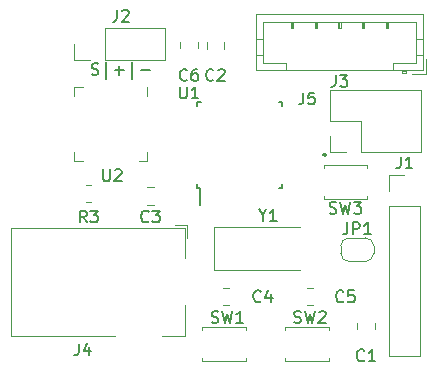
<source format=gto>
%TF.GenerationSoftware,KiCad,Pcbnew,(5.1.12)-1*%
%TF.CreationDate,2021-12-20T15:12:04-08:00*%
%TF.ProjectId,controlBoard,636f6e74-726f-46c4-926f-6172642e6b69,rev?*%
%TF.SameCoordinates,Original*%
%TF.FileFunction,Legend,Top*%
%TF.FilePolarity,Positive*%
%FSLAX46Y46*%
G04 Gerber Fmt 4.6, Leading zero omitted, Abs format (unit mm)*
G04 Created by KiCad (PCBNEW (5.1.12)-1) date 2021-12-20 15:12:04*
%MOMM*%
%LPD*%
G01*
G04 APERTURE LIST*
%ADD10C,0.150000*%
%ADD11C,0.120000*%
%ADD12O,1.300000X1.850000*%
%ADD13C,0.100000*%
%ADD14O,1.800000X1.800000*%
G04 APERTURE END LIST*
D10*
X143773809Y-75404761D02*
X143916666Y-75452380D01*
X144154761Y-75452380D01*
X144250000Y-75404761D01*
X144297619Y-75357142D01*
X144345238Y-75261904D01*
X144345238Y-75166666D01*
X144297619Y-75071428D01*
X144250000Y-75023809D01*
X144154761Y-74976190D01*
X143964285Y-74928571D01*
X143869047Y-74880952D01*
X143821428Y-74833333D01*
X143773809Y-74738095D01*
X143773809Y-74642857D01*
X143821428Y-74547619D01*
X143869047Y-74500000D01*
X143964285Y-74452380D01*
X144202380Y-74452380D01*
X144345238Y-74500000D01*
X145011904Y-75785714D02*
X145011904Y-74357142D01*
X145726190Y-75071428D02*
X146488095Y-75071428D01*
X146107142Y-75452380D02*
X146107142Y-74690476D01*
X147202380Y-75785714D02*
X147202380Y-74357142D01*
X147916666Y-75071428D02*
X148678571Y-75071428D01*
X163500000Y-82071428D02*
X163642857Y-82214285D01*
X163500000Y-82357142D01*
X163357142Y-82214285D01*
X163500000Y-82071428D01*
X163500000Y-82357142D01*
D11*
X171810000Y-75060000D02*
X171810000Y-70340000D01*
X171810000Y-70340000D02*
X157690000Y-70340000D01*
X157690000Y-70340000D02*
X157690000Y-75060000D01*
X157690000Y-75060000D02*
X171810000Y-75060000D01*
X170050000Y-75060000D02*
X170050000Y-75260000D01*
X170050000Y-75260000D02*
X170350000Y-75260000D01*
X170350000Y-75260000D02*
X170350000Y-75060000D01*
X170050000Y-75160000D02*
X170350000Y-75160000D01*
X169250000Y-75060000D02*
X169250000Y-74450000D01*
X169250000Y-74450000D02*
X171200000Y-74450000D01*
X171200000Y-74450000D02*
X171200000Y-70950000D01*
X171200000Y-70950000D02*
X158300000Y-70950000D01*
X158300000Y-70950000D02*
X158300000Y-74450000D01*
X158300000Y-74450000D02*
X160250000Y-74450000D01*
X160250000Y-74450000D02*
X160250000Y-75060000D01*
X171810000Y-73750000D02*
X171200000Y-73750000D01*
X171810000Y-72450000D02*
X171200000Y-72450000D01*
X157690000Y-73750000D02*
X158300000Y-73750000D01*
X157690000Y-72450000D02*
X158300000Y-72450000D01*
X168850000Y-70950000D02*
X168850000Y-71450000D01*
X168850000Y-71450000D02*
X168650000Y-71450000D01*
X168650000Y-71450000D02*
X168650000Y-70950000D01*
X168750000Y-70950000D02*
X168750000Y-71450000D01*
X166850000Y-70950000D02*
X166850000Y-71450000D01*
X166850000Y-71450000D02*
X166650000Y-71450000D01*
X166650000Y-71450000D02*
X166650000Y-70950000D01*
X166750000Y-70950000D02*
X166750000Y-71450000D01*
X164850000Y-70950000D02*
X164850000Y-71450000D01*
X164850000Y-71450000D02*
X164650000Y-71450000D01*
X164650000Y-71450000D02*
X164650000Y-70950000D01*
X164750000Y-70950000D02*
X164750000Y-71450000D01*
X162850000Y-70950000D02*
X162850000Y-71450000D01*
X162850000Y-71450000D02*
X162650000Y-71450000D01*
X162650000Y-71450000D02*
X162650000Y-70950000D01*
X162750000Y-70950000D02*
X162750000Y-71450000D01*
X160850000Y-70950000D02*
X160850000Y-71450000D01*
X160850000Y-71450000D02*
X160650000Y-71450000D01*
X160650000Y-71450000D02*
X160650000Y-70950000D01*
X160750000Y-70950000D02*
X160750000Y-71450000D01*
X170860000Y-75360000D02*
X172110000Y-75360000D01*
X172110000Y-75360000D02*
X172110000Y-74110000D01*
D10*
X152900000Y-85011000D02*
X152900000Y-86436000D01*
X152675000Y-77761000D02*
X152675000Y-78086000D01*
X159925000Y-77761000D02*
X159925000Y-78086000D01*
X159925000Y-85011000D02*
X159925000Y-84686000D01*
X152675000Y-85011000D02*
X152675000Y-84686000D01*
X159925000Y-85011000D02*
X159600000Y-85011000D01*
X159925000Y-77761000D02*
X159600000Y-77761000D01*
X152675000Y-77761000D02*
X153000000Y-77761000D01*
X152675000Y-85011000D02*
X152900000Y-85011000D01*
D11*
X166950000Y-91250000D02*
X165550000Y-91250000D01*
X164850000Y-90550000D02*
X164850000Y-89950000D01*
X165550000Y-89250000D02*
X166950000Y-89250000D01*
X167650000Y-89950000D02*
X167650000Y-90550000D01*
X167650000Y-90550000D02*
G75*
G02*
X166950000Y-91250000I-700000J0D01*
G01*
X166950000Y-89250000D02*
G75*
G02*
X167650000Y-89950000I0J-700000D01*
G01*
X164850000Y-89950000D02*
G75*
G02*
X165550000Y-89250000I700000J0D01*
G01*
X165550000Y-91250000D02*
G75*
G02*
X164850000Y-90550000I0J700000D01*
G01*
X163850000Y-99450000D02*
X163850000Y-99700000D01*
X163850000Y-99700000D02*
X160150000Y-99700000D01*
X160150000Y-99700000D02*
X160150000Y-99450000D01*
X163850000Y-97050000D02*
X163850000Y-96800000D01*
X163850000Y-96800000D02*
X160150000Y-96800000D01*
X160150000Y-96800000D02*
X160150000Y-97050000D01*
X153150000Y-96800000D02*
X153150000Y-97050000D01*
X156850000Y-96800000D02*
X153150000Y-96800000D01*
X156850000Y-97050000D02*
X156850000Y-96800000D01*
X153150000Y-99700000D02*
X153150000Y-99450000D01*
X156850000Y-99700000D02*
X153150000Y-99700000D01*
X156850000Y-99450000D02*
X156850000Y-99700000D01*
X163400000Y-83300000D02*
X163400000Y-83050000D01*
X163400000Y-83050000D02*
X167100000Y-83050000D01*
X167100000Y-83050000D02*
X167100000Y-83300000D01*
X163400000Y-85700000D02*
X163400000Y-85950000D01*
X163400000Y-85950000D02*
X167100000Y-85950000D01*
X167100000Y-85950000D02*
X167100000Y-85700000D01*
X168920000Y-83920000D02*
X170250000Y-83920000D01*
X168920000Y-85250000D02*
X168920000Y-83920000D01*
X168920000Y-86520000D02*
X171580000Y-86520000D01*
X171580000Y-86520000D02*
X171580000Y-99280000D01*
X168920000Y-86520000D02*
X168920000Y-99280000D01*
X168920000Y-99280000D02*
X171580000Y-99280000D01*
X151650000Y-88400000D02*
X151650000Y-91000000D01*
X136950000Y-88400000D02*
X151650000Y-88400000D01*
X151650000Y-97600000D02*
X149750000Y-97600000D01*
X151650000Y-94900000D02*
X151650000Y-97600000D01*
X136950000Y-97600000D02*
X136950000Y-88400000D01*
X145750000Y-97600000D02*
X136950000Y-97600000D01*
X150800000Y-88200000D02*
X151850000Y-88200000D01*
X151850000Y-89250000D02*
X151850000Y-88200000D01*
X154163000Y-91974400D02*
X161413000Y-91974400D01*
X154163000Y-88374400D02*
X154163000Y-91974400D01*
X161413000Y-88374400D02*
X154163000Y-88374400D01*
X154985000Y-73223752D02*
X154985000Y-72701248D01*
X153515000Y-73223752D02*
X153515000Y-72701248D01*
X166265000Y-96488748D02*
X166265000Y-97011252D01*
X167735000Y-96488748D02*
X167735000Y-97011252D01*
X148488000Y-81960000D02*
X148488000Y-82710000D01*
X148488000Y-82710000D02*
X147738000Y-82710000D01*
X142268000Y-77240000D02*
X142268000Y-76490000D01*
X142268000Y-76490000D02*
X143018000Y-76490000D01*
X142268000Y-81960000D02*
X142268000Y-82710000D01*
X142268000Y-82710000D02*
X143018000Y-82710000D01*
X148488000Y-77240000D02*
X148488000Y-76490000D01*
X143272936Y-86235000D02*
X143727064Y-86235000D01*
X143272936Y-84765000D02*
X143727064Y-84765000D01*
X163936200Y-81954000D02*
X163936200Y-80624000D01*
X165266200Y-81954000D02*
X163936200Y-81954000D01*
X163936200Y-79354000D02*
X163936200Y-76754000D01*
X166536200Y-79354000D02*
X163936200Y-79354000D01*
X166536200Y-81954000D02*
X166536200Y-79354000D01*
X163936200Y-76754000D02*
X171676200Y-76754000D01*
X166536200Y-81954000D02*
X171676200Y-81954000D01*
X171676200Y-81954000D02*
X171676200Y-76754000D01*
X142270000Y-74181600D02*
X142270000Y-72851600D01*
X143600000Y-74181600D02*
X142270000Y-74181600D01*
X144870000Y-74181600D02*
X144870000Y-71521600D01*
X144870000Y-71521600D02*
X150010000Y-71521600D01*
X144870000Y-74181600D02*
X150010000Y-74181600D01*
X150010000Y-74181600D02*
X150010000Y-71521600D01*
X151265000Y-72666548D02*
X151265000Y-73189052D01*
X152735000Y-72666548D02*
X152735000Y-73189052D01*
X162007748Y-94973400D02*
X162530252Y-94973400D01*
X162007748Y-93503400D02*
X162530252Y-93503400D01*
X155418252Y-93503400D02*
X154895748Y-93503400D01*
X155418252Y-94973400D02*
X154895748Y-94973400D01*
X148482248Y-84969000D02*
X149004752Y-84969000D01*
X148482248Y-86439000D02*
X149004752Y-86439000D01*
D10*
X164416666Y-75452380D02*
X164416666Y-76166666D01*
X164369047Y-76309523D01*
X164273809Y-76404761D01*
X164130952Y-76452380D01*
X164035714Y-76452380D01*
X164797619Y-75452380D02*
X165416666Y-75452380D01*
X165083333Y-75833333D01*
X165226190Y-75833333D01*
X165321428Y-75880952D01*
X165369047Y-75928571D01*
X165416666Y-76023809D01*
X165416666Y-76261904D01*
X165369047Y-76357142D01*
X165321428Y-76404761D01*
X165226190Y-76452380D01*
X164940476Y-76452380D01*
X164845238Y-76404761D01*
X164797619Y-76357142D01*
X151238095Y-76452380D02*
X151238095Y-77261904D01*
X151285714Y-77357142D01*
X151333333Y-77404761D01*
X151428571Y-77452380D01*
X151619047Y-77452380D01*
X151714285Y-77404761D01*
X151761904Y-77357142D01*
X151809523Y-77261904D01*
X151809523Y-76452380D01*
X152809523Y-77452380D02*
X152238095Y-77452380D01*
X152523809Y-77452380D02*
X152523809Y-76452380D01*
X152428571Y-76595238D01*
X152333333Y-76690476D01*
X152238095Y-76738095D01*
X165416666Y-87952380D02*
X165416666Y-88666666D01*
X165369047Y-88809523D01*
X165273809Y-88904761D01*
X165130952Y-88952380D01*
X165035714Y-88952380D01*
X165892857Y-88952380D02*
X165892857Y-87952380D01*
X166273809Y-87952380D01*
X166369047Y-88000000D01*
X166416666Y-88047619D01*
X166464285Y-88142857D01*
X166464285Y-88285714D01*
X166416666Y-88380952D01*
X166369047Y-88428571D01*
X166273809Y-88476190D01*
X165892857Y-88476190D01*
X167416666Y-88952380D02*
X166845238Y-88952380D01*
X167130952Y-88952380D02*
X167130952Y-87952380D01*
X167035714Y-88095238D01*
X166940476Y-88190476D01*
X166845238Y-88238095D01*
X160916666Y-96404761D02*
X161059523Y-96452380D01*
X161297619Y-96452380D01*
X161392857Y-96404761D01*
X161440476Y-96357142D01*
X161488095Y-96261904D01*
X161488095Y-96166666D01*
X161440476Y-96071428D01*
X161392857Y-96023809D01*
X161297619Y-95976190D01*
X161107142Y-95928571D01*
X161011904Y-95880952D01*
X160964285Y-95833333D01*
X160916666Y-95738095D01*
X160916666Y-95642857D01*
X160964285Y-95547619D01*
X161011904Y-95500000D01*
X161107142Y-95452380D01*
X161345238Y-95452380D01*
X161488095Y-95500000D01*
X161821428Y-95452380D02*
X162059523Y-96452380D01*
X162250000Y-95738095D01*
X162440476Y-96452380D01*
X162678571Y-95452380D01*
X163011904Y-95547619D02*
X163059523Y-95500000D01*
X163154761Y-95452380D01*
X163392857Y-95452380D01*
X163488095Y-95500000D01*
X163535714Y-95547619D01*
X163583333Y-95642857D01*
X163583333Y-95738095D01*
X163535714Y-95880952D01*
X162964285Y-96452380D01*
X163583333Y-96452380D01*
X153916666Y-96404761D02*
X154059523Y-96452380D01*
X154297619Y-96452380D01*
X154392857Y-96404761D01*
X154440476Y-96357142D01*
X154488095Y-96261904D01*
X154488095Y-96166666D01*
X154440476Y-96071428D01*
X154392857Y-96023809D01*
X154297619Y-95976190D01*
X154107142Y-95928571D01*
X154011904Y-95880952D01*
X153964285Y-95833333D01*
X153916666Y-95738095D01*
X153916666Y-95642857D01*
X153964285Y-95547619D01*
X154011904Y-95500000D01*
X154107142Y-95452380D01*
X154345238Y-95452380D01*
X154488095Y-95500000D01*
X154821428Y-95452380D02*
X155059523Y-96452380D01*
X155250000Y-95738095D01*
X155440476Y-96452380D01*
X155678571Y-95452380D01*
X156583333Y-96452380D02*
X156011904Y-96452380D01*
X156297619Y-96452380D02*
X156297619Y-95452380D01*
X156202380Y-95595238D01*
X156107142Y-95690476D01*
X156011904Y-95738095D01*
X163916666Y-87154761D02*
X164059523Y-87202380D01*
X164297619Y-87202380D01*
X164392857Y-87154761D01*
X164440476Y-87107142D01*
X164488095Y-87011904D01*
X164488095Y-86916666D01*
X164440476Y-86821428D01*
X164392857Y-86773809D01*
X164297619Y-86726190D01*
X164107142Y-86678571D01*
X164011904Y-86630952D01*
X163964285Y-86583333D01*
X163916666Y-86488095D01*
X163916666Y-86392857D01*
X163964285Y-86297619D01*
X164011904Y-86250000D01*
X164107142Y-86202380D01*
X164345238Y-86202380D01*
X164488095Y-86250000D01*
X164821428Y-86202380D02*
X165059523Y-87202380D01*
X165250000Y-86488095D01*
X165440476Y-87202380D01*
X165678571Y-86202380D01*
X165964285Y-86202380D02*
X166583333Y-86202380D01*
X166250000Y-86583333D01*
X166392857Y-86583333D01*
X166488095Y-86630952D01*
X166535714Y-86678571D01*
X166583333Y-86773809D01*
X166583333Y-87011904D01*
X166535714Y-87107142D01*
X166488095Y-87154761D01*
X166392857Y-87202380D01*
X166107142Y-87202380D01*
X166011904Y-87154761D01*
X165964285Y-87107142D01*
X169916666Y-82372380D02*
X169916666Y-83086666D01*
X169869047Y-83229523D01*
X169773809Y-83324761D01*
X169630952Y-83372380D01*
X169535714Y-83372380D01*
X170916666Y-83372380D02*
X170345238Y-83372380D01*
X170630952Y-83372380D02*
X170630952Y-82372380D01*
X170535714Y-82515238D01*
X170440476Y-82610476D01*
X170345238Y-82658095D01*
X142666666Y-98202380D02*
X142666666Y-98916666D01*
X142619047Y-99059523D01*
X142523809Y-99154761D01*
X142380952Y-99202380D01*
X142285714Y-99202380D01*
X143571428Y-98535714D02*
X143571428Y-99202380D01*
X143333333Y-98154761D02*
X143095238Y-98869047D01*
X143714285Y-98869047D01*
X158236809Y-87350590D02*
X158236809Y-87826780D01*
X157903476Y-86826780D02*
X158236809Y-87350590D01*
X158570142Y-86826780D01*
X159427285Y-87826780D02*
X158855857Y-87826780D01*
X159141571Y-87826780D02*
X159141571Y-86826780D01*
X159046333Y-86969638D01*
X158951095Y-87064876D01*
X158855857Y-87112495D01*
X154083333Y-75857142D02*
X154035714Y-75904761D01*
X153892857Y-75952380D01*
X153797619Y-75952380D01*
X153654761Y-75904761D01*
X153559523Y-75809523D01*
X153511904Y-75714285D01*
X153464285Y-75523809D01*
X153464285Y-75380952D01*
X153511904Y-75190476D01*
X153559523Y-75095238D01*
X153654761Y-75000000D01*
X153797619Y-74952380D01*
X153892857Y-74952380D01*
X154035714Y-75000000D01*
X154083333Y-75047619D01*
X154464285Y-75047619D02*
X154511904Y-75000000D01*
X154607142Y-74952380D01*
X154845238Y-74952380D01*
X154940476Y-75000000D01*
X154988095Y-75047619D01*
X155035714Y-75142857D01*
X155035714Y-75238095D01*
X154988095Y-75380952D01*
X154416666Y-75952380D01*
X155035714Y-75952380D01*
X166833333Y-99607142D02*
X166785714Y-99654761D01*
X166642857Y-99702380D01*
X166547619Y-99702380D01*
X166404761Y-99654761D01*
X166309523Y-99559523D01*
X166261904Y-99464285D01*
X166214285Y-99273809D01*
X166214285Y-99130952D01*
X166261904Y-98940476D01*
X166309523Y-98845238D01*
X166404761Y-98750000D01*
X166547619Y-98702380D01*
X166642857Y-98702380D01*
X166785714Y-98750000D01*
X166833333Y-98797619D01*
X167785714Y-99702380D02*
X167214285Y-99702380D01*
X167500000Y-99702380D02*
X167500000Y-98702380D01*
X167404761Y-98845238D01*
X167309523Y-98940476D01*
X167214285Y-98988095D01*
X144738095Y-83452380D02*
X144738095Y-84261904D01*
X144785714Y-84357142D01*
X144833333Y-84404761D01*
X144928571Y-84452380D01*
X145119047Y-84452380D01*
X145214285Y-84404761D01*
X145261904Y-84357142D01*
X145309523Y-84261904D01*
X145309523Y-83452380D01*
X145738095Y-83547619D02*
X145785714Y-83500000D01*
X145880952Y-83452380D01*
X146119047Y-83452380D01*
X146214285Y-83500000D01*
X146261904Y-83547619D01*
X146309523Y-83642857D01*
X146309523Y-83738095D01*
X146261904Y-83880952D01*
X145690476Y-84452380D01*
X146309523Y-84452380D01*
X143333333Y-87952380D02*
X143000000Y-87476190D01*
X142761904Y-87952380D02*
X142761904Y-86952380D01*
X143142857Y-86952380D01*
X143238095Y-87000000D01*
X143285714Y-87047619D01*
X143333333Y-87142857D01*
X143333333Y-87285714D01*
X143285714Y-87380952D01*
X143238095Y-87428571D01*
X143142857Y-87476190D01*
X142761904Y-87476190D01*
X143666666Y-86952380D02*
X144285714Y-86952380D01*
X143952380Y-87333333D01*
X144095238Y-87333333D01*
X144190476Y-87380952D01*
X144238095Y-87428571D01*
X144285714Y-87523809D01*
X144285714Y-87761904D01*
X144238095Y-87857142D01*
X144190476Y-87904761D01*
X144095238Y-87952380D01*
X143809523Y-87952380D01*
X143714285Y-87904761D01*
X143666666Y-87857142D01*
X161666666Y-76952380D02*
X161666666Y-77666666D01*
X161619047Y-77809523D01*
X161523809Y-77904761D01*
X161380952Y-77952380D01*
X161285714Y-77952380D01*
X162619047Y-76952380D02*
X162142857Y-76952380D01*
X162095238Y-77428571D01*
X162142857Y-77380952D01*
X162238095Y-77333333D01*
X162476190Y-77333333D01*
X162571428Y-77380952D01*
X162619047Y-77428571D01*
X162666666Y-77523809D01*
X162666666Y-77761904D01*
X162619047Y-77857142D01*
X162571428Y-77904761D01*
X162476190Y-77952380D01*
X162238095Y-77952380D01*
X162142857Y-77904761D01*
X162095238Y-77857142D01*
X145916666Y-69952380D02*
X145916666Y-70666666D01*
X145869047Y-70809523D01*
X145773809Y-70904761D01*
X145630952Y-70952380D01*
X145535714Y-70952380D01*
X146345238Y-70047619D02*
X146392857Y-70000000D01*
X146488095Y-69952380D01*
X146726190Y-69952380D01*
X146821428Y-70000000D01*
X146869047Y-70047619D01*
X146916666Y-70142857D01*
X146916666Y-70238095D01*
X146869047Y-70380952D01*
X146297619Y-70952380D01*
X146916666Y-70952380D01*
X151833333Y-75857142D02*
X151785714Y-75904761D01*
X151642857Y-75952380D01*
X151547619Y-75952380D01*
X151404761Y-75904761D01*
X151309523Y-75809523D01*
X151261904Y-75714285D01*
X151214285Y-75523809D01*
X151214285Y-75380952D01*
X151261904Y-75190476D01*
X151309523Y-75095238D01*
X151404761Y-75000000D01*
X151547619Y-74952380D01*
X151642857Y-74952380D01*
X151785714Y-75000000D01*
X151833333Y-75047619D01*
X152690476Y-74952380D02*
X152500000Y-74952380D01*
X152404761Y-75000000D01*
X152357142Y-75047619D01*
X152261904Y-75190476D01*
X152214285Y-75380952D01*
X152214285Y-75761904D01*
X152261904Y-75857142D01*
X152309523Y-75904761D01*
X152404761Y-75952380D01*
X152595238Y-75952380D01*
X152690476Y-75904761D01*
X152738095Y-75857142D01*
X152785714Y-75761904D01*
X152785714Y-75523809D01*
X152738095Y-75428571D01*
X152690476Y-75380952D01*
X152595238Y-75333333D01*
X152404761Y-75333333D01*
X152309523Y-75380952D01*
X152261904Y-75428571D01*
X152214285Y-75523809D01*
X165083333Y-94607142D02*
X165035714Y-94654761D01*
X164892857Y-94702380D01*
X164797619Y-94702380D01*
X164654761Y-94654761D01*
X164559523Y-94559523D01*
X164511904Y-94464285D01*
X164464285Y-94273809D01*
X164464285Y-94130952D01*
X164511904Y-93940476D01*
X164559523Y-93845238D01*
X164654761Y-93750000D01*
X164797619Y-93702380D01*
X164892857Y-93702380D01*
X165035714Y-93750000D01*
X165083333Y-93797619D01*
X165988095Y-93702380D02*
X165511904Y-93702380D01*
X165464285Y-94178571D01*
X165511904Y-94130952D01*
X165607142Y-94083333D01*
X165845238Y-94083333D01*
X165940476Y-94130952D01*
X165988095Y-94178571D01*
X166035714Y-94273809D01*
X166035714Y-94511904D01*
X165988095Y-94607142D01*
X165940476Y-94654761D01*
X165845238Y-94702380D01*
X165607142Y-94702380D01*
X165511904Y-94654761D01*
X165464285Y-94607142D01*
X158083333Y-94607142D02*
X158035714Y-94654761D01*
X157892857Y-94702380D01*
X157797619Y-94702380D01*
X157654761Y-94654761D01*
X157559523Y-94559523D01*
X157511904Y-94464285D01*
X157464285Y-94273809D01*
X157464285Y-94130952D01*
X157511904Y-93940476D01*
X157559523Y-93845238D01*
X157654761Y-93750000D01*
X157797619Y-93702380D01*
X157892857Y-93702380D01*
X158035714Y-93750000D01*
X158083333Y-93797619D01*
X158940476Y-94035714D02*
X158940476Y-94702380D01*
X158702380Y-93654761D02*
X158464285Y-94369047D01*
X159083333Y-94369047D01*
X148583333Y-87857142D02*
X148535714Y-87904761D01*
X148392857Y-87952380D01*
X148297619Y-87952380D01*
X148154761Y-87904761D01*
X148059523Y-87809523D01*
X148011904Y-87714285D01*
X147964285Y-87523809D01*
X147964285Y-87380952D01*
X148011904Y-87190476D01*
X148059523Y-87095238D01*
X148154761Y-87000000D01*
X148297619Y-86952380D01*
X148392857Y-86952380D01*
X148535714Y-87000000D01*
X148583333Y-87047619D01*
X148916666Y-86952380D02*
X149535714Y-86952380D01*
X149202380Y-87333333D01*
X149345238Y-87333333D01*
X149440476Y-87380952D01*
X149488095Y-87428571D01*
X149535714Y-87523809D01*
X149535714Y-87761904D01*
X149488095Y-87857142D01*
X149440476Y-87904761D01*
X149345238Y-87952380D01*
X149059523Y-87952380D01*
X148964285Y-87904761D01*
X148916666Y-87857142D01*
%LPC*%
D12*
X159750000Y-73250000D03*
X161750000Y-73250000D03*
X163750000Y-73250000D03*
X165750000Y-73250000D03*
X167750000Y-73250000D03*
G36*
G01*
X170400000Y-72595832D02*
X170400000Y-73904168D01*
G75*
G02*
X170129168Y-74175000I-270832J0D01*
G01*
X169370832Y-74175000D01*
G75*
G02*
X169100000Y-73904168I0J270832D01*
G01*
X169100000Y-72595832D01*
G75*
G02*
X169370832Y-72325000I270832J0D01*
G01*
X170129168Y-72325000D01*
G75*
G02*
X170400000Y-72595832I0J-270832D01*
G01*
G37*
G36*
G01*
X152900000Y-83911000D02*
X152900000Y-84461000D01*
G75*
G02*
X152850000Y-84511000I-50000J0D01*
G01*
X151250000Y-84511000D01*
G75*
G02*
X151200000Y-84461000I0J50000D01*
G01*
X151200000Y-83911000D01*
G75*
G02*
X151250000Y-83861000I50000J0D01*
G01*
X152850000Y-83861000D01*
G75*
G02*
X152900000Y-83911000I0J-50000D01*
G01*
G37*
G36*
G01*
X152900000Y-83111000D02*
X152900000Y-83661000D01*
G75*
G02*
X152850000Y-83711000I-50000J0D01*
G01*
X151250000Y-83711000D01*
G75*
G02*
X151200000Y-83661000I0J50000D01*
G01*
X151200000Y-83111000D01*
G75*
G02*
X151250000Y-83061000I50000J0D01*
G01*
X152850000Y-83061000D01*
G75*
G02*
X152900000Y-83111000I0J-50000D01*
G01*
G37*
G36*
G01*
X152900000Y-82311000D02*
X152900000Y-82861000D01*
G75*
G02*
X152850000Y-82911000I-50000J0D01*
G01*
X151250000Y-82911000D01*
G75*
G02*
X151200000Y-82861000I0J50000D01*
G01*
X151200000Y-82311000D01*
G75*
G02*
X151250000Y-82261000I50000J0D01*
G01*
X152850000Y-82261000D01*
G75*
G02*
X152900000Y-82311000I0J-50000D01*
G01*
G37*
G36*
G01*
X152900000Y-81511000D02*
X152900000Y-82061000D01*
G75*
G02*
X152850000Y-82111000I-50000J0D01*
G01*
X151250000Y-82111000D01*
G75*
G02*
X151200000Y-82061000I0J50000D01*
G01*
X151200000Y-81511000D01*
G75*
G02*
X151250000Y-81461000I50000J0D01*
G01*
X152850000Y-81461000D01*
G75*
G02*
X152900000Y-81511000I0J-50000D01*
G01*
G37*
G36*
G01*
X152900000Y-80711000D02*
X152900000Y-81261000D01*
G75*
G02*
X152850000Y-81311000I-50000J0D01*
G01*
X151250000Y-81311000D01*
G75*
G02*
X151200000Y-81261000I0J50000D01*
G01*
X151200000Y-80711000D01*
G75*
G02*
X151250000Y-80661000I50000J0D01*
G01*
X152850000Y-80661000D01*
G75*
G02*
X152900000Y-80711000I0J-50000D01*
G01*
G37*
G36*
G01*
X152900000Y-79911000D02*
X152900000Y-80461000D01*
G75*
G02*
X152850000Y-80511000I-50000J0D01*
G01*
X151250000Y-80511000D01*
G75*
G02*
X151200000Y-80461000I0J50000D01*
G01*
X151200000Y-79911000D01*
G75*
G02*
X151250000Y-79861000I50000J0D01*
G01*
X152850000Y-79861000D01*
G75*
G02*
X152900000Y-79911000I0J-50000D01*
G01*
G37*
G36*
G01*
X152900000Y-79111000D02*
X152900000Y-79661000D01*
G75*
G02*
X152850000Y-79711000I-50000J0D01*
G01*
X151250000Y-79711000D01*
G75*
G02*
X151200000Y-79661000I0J50000D01*
G01*
X151200000Y-79111000D01*
G75*
G02*
X151250000Y-79061000I50000J0D01*
G01*
X152850000Y-79061000D01*
G75*
G02*
X152900000Y-79111000I0J-50000D01*
G01*
G37*
G36*
G01*
X152900000Y-78311000D02*
X152900000Y-78861000D01*
G75*
G02*
X152850000Y-78911000I-50000J0D01*
G01*
X151250000Y-78911000D01*
G75*
G02*
X151200000Y-78861000I0J50000D01*
G01*
X151200000Y-78311000D01*
G75*
G02*
X151250000Y-78261000I50000J0D01*
G01*
X152850000Y-78261000D01*
G75*
G02*
X152900000Y-78311000I0J-50000D01*
G01*
G37*
G36*
G01*
X153775000Y-77986000D02*
X153225000Y-77986000D01*
G75*
G02*
X153175000Y-77936000I0J50000D01*
G01*
X153175000Y-76336000D01*
G75*
G02*
X153225000Y-76286000I50000J0D01*
G01*
X153775000Y-76286000D01*
G75*
G02*
X153825000Y-76336000I0J-50000D01*
G01*
X153825000Y-77936000D01*
G75*
G02*
X153775000Y-77986000I-50000J0D01*
G01*
G37*
G36*
G01*
X154575000Y-77986000D02*
X154025000Y-77986000D01*
G75*
G02*
X153975000Y-77936000I0J50000D01*
G01*
X153975000Y-76336000D01*
G75*
G02*
X154025000Y-76286000I50000J0D01*
G01*
X154575000Y-76286000D01*
G75*
G02*
X154625000Y-76336000I0J-50000D01*
G01*
X154625000Y-77936000D01*
G75*
G02*
X154575000Y-77986000I-50000J0D01*
G01*
G37*
G36*
G01*
X155375000Y-77986000D02*
X154825000Y-77986000D01*
G75*
G02*
X154775000Y-77936000I0J50000D01*
G01*
X154775000Y-76336000D01*
G75*
G02*
X154825000Y-76286000I50000J0D01*
G01*
X155375000Y-76286000D01*
G75*
G02*
X155425000Y-76336000I0J-50000D01*
G01*
X155425000Y-77936000D01*
G75*
G02*
X155375000Y-77986000I-50000J0D01*
G01*
G37*
G36*
G01*
X156175000Y-77986000D02*
X155625000Y-77986000D01*
G75*
G02*
X155575000Y-77936000I0J50000D01*
G01*
X155575000Y-76336000D01*
G75*
G02*
X155625000Y-76286000I50000J0D01*
G01*
X156175000Y-76286000D01*
G75*
G02*
X156225000Y-76336000I0J-50000D01*
G01*
X156225000Y-77936000D01*
G75*
G02*
X156175000Y-77986000I-50000J0D01*
G01*
G37*
G36*
G01*
X156975000Y-77986000D02*
X156425000Y-77986000D01*
G75*
G02*
X156375000Y-77936000I0J50000D01*
G01*
X156375000Y-76336000D01*
G75*
G02*
X156425000Y-76286000I50000J0D01*
G01*
X156975000Y-76286000D01*
G75*
G02*
X157025000Y-76336000I0J-50000D01*
G01*
X157025000Y-77936000D01*
G75*
G02*
X156975000Y-77986000I-50000J0D01*
G01*
G37*
G36*
G01*
X157775000Y-77986000D02*
X157225000Y-77986000D01*
G75*
G02*
X157175000Y-77936000I0J50000D01*
G01*
X157175000Y-76336000D01*
G75*
G02*
X157225000Y-76286000I50000J0D01*
G01*
X157775000Y-76286000D01*
G75*
G02*
X157825000Y-76336000I0J-50000D01*
G01*
X157825000Y-77936000D01*
G75*
G02*
X157775000Y-77986000I-50000J0D01*
G01*
G37*
G36*
G01*
X158575000Y-77986000D02*
X158025000Y-77986000D01*
G75*
G02*
X157975000Y-77936000I0J50000D01*
G01*
X157975000Y-76336000D01*
G75*
G02*
X158025000Y-76286000I50000J0D01*
G01*
X158575000Y-76286000D01*
G75*
G02*
X158625000Y-76336000I0J-50000D01*
G01*
X158625000Y-77936000D01*
G75*
G02*
X158575000Y-77986000I-50000J0D01*
G01*
G37*
G36*
G01*
X159375000Y-77986000D02*
X158825000Y-77986000D01*
G75*
G02*
X158775000Y-77936000I0J50000D01*
G01*
X158775000Y-76336000D01*
G75*
G02*
X158825000Y-76286000I50000J0D01*
G01*
X159375000Y-76286000D01*
G75*
G02*
X159425000Y-76336000I0J-50000D01*
G01*
X159425000Y-77936000D01*
G75*
G02*
X159375000Y-77986000I-50000J0D01*
G01*
G37*
G36*
G01*
X161400000Y-78311000D02*
X161400000Y-78861000D01*
G75*
G02*
X161350000Y-78911000I-50000J0D01*
G01*
X159750000Y-78911000D01*
G75*
G02*
X159700000Y-78861000I0J50000D01*
G01*
X159700000Y-78311000D01*
G75*
G02*
X159750000Y-78261000I50000J0D01*
G01*
X161350000Y-78261000D01*
G75*
G02*
X161400000Y-78311000I0J-50000D01*
G01*
G37*
G36*
G01*
X161400000Y-79111000D02*
X161400000Y-79661000D01*
G75*
G02*
X161350000Y-79711000I-50000J0D01*
G01*
X159750000Y-79711000D01*
G75*
G02*
X159700000Y-79661000I0J50000D01*
G01*
X159700000Y-79111000D01*
G75*
G02*
X159750000Y-79061000I50000J0D01*
G01*
X161350000Y-79061000D01*
G75*
G02*
X161400000Y-79111000I0J-50000D01*
G01*
G37*
G36*
G01*
X161400000Y-79911000D02*
X161400000Y-80461000D01*
G75*
G02*
X161350000Y-80511000I-50000J0D01*
G01*
X159750000Y-80511000D01*
G75*
G02*
X159700000Y-80461000I0J50000D01*
G01*
X159700000Y-79911000D01*
G75*
G02*
X159750000Y-79861000I50000J0D01*
G01*
X161350000Y-79861000D01*
G75*
G02*
X161400000Y-79911000I0J-50000D01*
G01*
G37*
G36*
G01*
X161400000Y-80711000D02*
X161400000Y-81261000D01*
G75*
G02*
X161350000Y-81311000I-50000J0D01*
G01*
X159750000Y-81311000D01*
G75*
G02*
X159700000Y-81261000I0J50000D01*
G01*
X159700000Y-80711000D01*
G75*
G02*
X159750000Y-80661000I50000J0D01*
G01*
X161350000Y-80661000D01*
G75*
G02*
X161400000Y-80711000I0J-50000D01*
G01*
G37*
G36*
G01*
X161400000Y-81511000D02*
X161400000Y-82061000D01*
G75*
G02*
X161350000Y-82111000I-50000J0D01*
G01*
X159750000Y-82111000D01*
G75*
G02*
X159700000Y-82061000I0J50000D01*
G01*
X159700000Y-81511000D01*
G75*
G02*
X159750000Y-81461000I50000J0D01*
G01*
X161350000Y-81461000D01*
G75*
G02*
X161400000Y-81511000I0J-50000D01*
G01*
G37*
G36*
G01*
X161400000Y-82311000D02*
X161400000Y-82861000D01*
G75*
G02*
X161350000Y-82911000I-50000J0D01*
G01*
X159750000Y-82911000D01*
G75*
G02*
X159700000Y-82861000I0J50000D01*
G01*
X159700000Y-82311000D01*
G75*
G02*
X159750000Y-82261000I50000J0D01*
G01*
X161350000Y-82261000D01*
G75*
G02*
X161400000Y-82311000I0J-50000D01*
G01*
G37*
G36*
G01*
X161400000Y-83111000D02*
X161400000Y-83661000D01*
G75*
G02*
X161350000Y-83711000I-50000J0D01*
G01*
X159750000Y-83711000D01*
G75*
G02*
X159700000Y-83661000I0J50000D01*
G01*
X159700000Y-83111000D01*
G75*
G02*
X159750000Y-83061000I50000J0D01*
G01*
X161350000Y-83061000D01*
G75*
G02*
X161400000Y-83111000I0J-50000D01*
G01*
G37*
G36*
G01*
X161400000Y-83911000D02*
X161400000Y-84461000D01*
G75*
G02*
X161350000Y-84511000I-50000J0D01*
G01*
X159750000Y-84511000D01*
G75*
G02*
X159700000Y-84461000I0J50000D01*
G01*
X159700000Y-83911000D01*
G75*
G02*
X159750000Y-83861000I50000J0D01*
G01*
X161350000Y-83861000D01*
G75*
G02*
X161400000Y-83911000I0J-50000D01*
G01*
G37*
G36*
G01*
X159375000Y-86486000D02*
X158825000Y-86486000D01*
G75*
G02*
X158775000Y-86436000I0J50000D01*
G01*
X158775000Y-84836000D01*
G75*
G02*
X158825000Y-84786000I50000J0D01*
G01*
X159375000Y-84786000D01*
G75*
G02*
X159425000Y-84836000I0J-50000D01*
G01*
X159425000Y-86436000D01*
G75*
G02*
X159375000Y-86486000I-50000J0D01*
G01*
G37*
G36*
G01*
X158575000Y-86486000D02*
X158025000Y-86486000D01*
G75*
G02*
X157975000Y-86436000I0J50000D01*
G01*
X157975000Y-84836000D01*
G75*
G02*
X158025000Y-84786000I50000J0D01*
G01*
X158575000Y-84786000D01*
G75*
G02*
X158625000Y-84836000I0J-50000D01*
G01*
X158625000Y-86436000D01*
G75*
G02*
X158575000Y-86486000I-50000J0D01*
G01*
G37*
G36*
G01*
X157775000Y-86486000D02*
X157225000Y-86486000D01*
G75*
G02*
X157175000Y-86436000I0J50000D01*
G01*
X157175000Y-84836000D01*
G75*
G02*
X157225000Y-84786000I50000J0D01*
G01*
X157775000Y-84786000D01*
G75*
G02*
X157825000Y-84836000I0J-50000D01*
G01*
X157825000Y-86436000D01*
G75*
G02*
X157775000Y-86486000I-50000J0D01*
G01*
G37*
G36*
G01*
X156975000Y-86486000D02*
X156425000Y-86486000D01*
G75*
G02*
X156375000Y-86436000I0J50000D01*
G01*
X156375000Y-84836000D01*
G75*
G02*
X156425000Y-84786000I50000J0D01*
G01*
X156975000Y-84786000D01*
G75*
G02*
X157025000Y-84836000I0J-50000D01*
G01*
X157025000Y-86436000D01*
G75*
G02*
X156975000Y-86486000I-50000J0D01*
G01*
G37*
G36*
G01*
X156175000Y-86486000D02*
X155625000Y-86486000D01*
G75*
G02*
X155575000Y-86436000I0J50000D01*
G01*
X155575000Y-84836000D01*
G75*
G02*
X155625000Y-84786000I50000J0D01*
G01*
X156175000Y-84786000D01*
G75*
G02*
X156225000Y-84836000I0J-50000D01*
G01*
X156225000Y-86436000D01*
G75*
G02*
X156175000Y-86486000I-50000J0D01*
G01*
G37*
G36*
G01*
X155375000Y-86486000D02*
X154825000Y-86486000D01*
G75*
G02*
X154775000Y-86436000I0J50000D01*
G01*
X154775000Y-84836000D01*
G75*
G02*
X154825000Y-84786000I50000J0D01*
G01*
X155375000Y-84786000D01*
G75*
G02*
X155425000Y-84836000I0J-50000D01*
G01*
X155425000Y-86436000D01*
G75*
G02*
X155375000Y-86486000I-50000J0D01*
G01*
G37*
G36*
G01*
X154575000Y-86486000D02*
X154025000Y-86486000D01*
G75*
G02*
X153975000Y-86436000I0J50000D01*
G01*
X153975000Y-84836000D01*
G75*
G02*
X154025000Y-84786000I50000J0D01*
G01*
X154575000Y-84786000D01*
G75*
G02*
X154625000Y-84836000I0J-50000D01*
G01*
X154625000Y-86436000D01*
G75*
G02*
X154575000Y-86486000I-50000J0D01*
G01*
G37*
G36*
G01*
X153775000Y-86486000D02*
X153225000Y-86486000D01*
G75*
G02*
X153175000Y-86436000I0J50000D01*
G01*
X153175000Y-84836000D01*
G75*
G02*
X153225000Y-84786000I50000J0D01*
G01*
X153775000Y-84786000D01*
G75*
G02*
X153825000Y-84836000I0J-50000D01*
G01*
X153825000Y-86436000D01*
G75*
G02*
X153775000Y-86486000I-50000J0D01*
G01*
G37*
D13*
G36*
X165593889Y-91049398D02*
G01*
X165575466Y-91049398D01*
X165570565Y-91049157D01*
X165521734Y-91044347D01*
X165516881Y-91043627D01*
X165468756Y-91034055D01*
X165463995Y-91032863D01*
X165417040Y-91018619D01*
X165412421Y-91016966D01*
X165367088Y-90998189D01*
X165362651Y-90996091D01*
X165319378Y-90972960D01*
X165315171Y-90970438D01*
X165274372Y-90943178D01*
X165270430Y-90940254D01*
X165232501Y-90909126D01*
X165228866Y-90905831D01*
X165194169Y-90871134D01*
X165190874Y-90867499D01*
X165159746Y-90829570D01*
X165156822Y-90825628D01*
X165129562Y-90784829D01*
X165127040Y-90780622D01*
X165103909Y-90737349D01*
X165101811Y-90732912D01*
X165083034Y-90687579D01*
X165081381Y-90682960D01*
X165067137Y-90636005D01*
X165065945Y-90631244D01*
X165056373Y-90583119D01*
X165055653Y-90578266D01*
X165050843Y-90529435D01*
X165050602Y-90524534D01*
X165050602Y-90506111D01*
X165050000Y-90500000D01*
X165050000Y-90000000D01*
X165050602Y-89993889D01*
X165050602Y-89975466D01*
X165050843Y-89970565D01*
X165055653Y-89921734D01*
X165056373Y-89916881D01*
X165065945Y-89868756D01*
X165067137Y-89863995D01*
X165081381Y-89817040D01*
X165083034Y-89812421D01*
X165101811Y-89767088D01*
X165103909Y-89762651D01*
X165127040Y-89719378D01*
X165129562Y-89715171D01*
X165156822Y-89674372D01*
X165159746Y-89670430D01*
X165190874Y-89632501D01*
X165194169Y-89628866D01*
X165228866Y-89594169D01*
X165232501Y-89590874D01*
X165270430Y-89559746D01*
X165274372Y-89556822D01*
X165315171Y-89529562D01*
X165319378Y-89527040D01*
X165362651Y-89503909D01*
X165367088Y-89501811D01*
X165412421Y-89483034D01*
X165417040Y-89481381D01*
X165463995Y-89467137D01*
X165468756Y-89465945D01*
X165516881Y-89456373D01*
X165521734Y-89455653D01*
X165570565Y-89450843D01*
X165575466Y-89450602D01*
X165593889Y-89450602D01*
X165600000Y-89450000D01*
X166100000Y-89450000D01*
X166109755Y-89450961D01*
X166119134Y-89453806D01*
X166127779Y-89458427D01*
X166135355Y-89464645D01*
X166141573Y-89472221D01*
X166146194Y-89480866D01*
X166149039Y-89490245D01*
X166150000Y-89500000D01*
X166150000Y-91000000D01*
X166149039Y-91009755D01*
X166146194Y-91019134D01*
X166141573Y-91027779D01*
X166135355Y-91035355D01*
X166127779Y-91041573D01*
X166119134Y-91046194D01*
X166109755Y-91049039D01*
X166100000Y-91050000D01*
X165600000Y-91050000D01*
X165593889Y-91049398D01*
G37*
G36*
X166390245Y-91049039D02*
G01*
X166380866Y-91046194D01*
X166372221Y-91041573D01*
X166364645Y-91035355D01*
X166358427Y-91027779D01*
X166353806Y-91019134D01*
X166350961Y-91009755D01*
X166350000Y-91000000D01*
X166350000Y-89500000D01*
X166350961Y-89490245D01*
X166353806Y-89480866D01*
X166358427Y-89472221D01*
X166364645Y-89464645D01*
X166372221Y-89458427D01*
X166380866Y-89453806D01*
X166390245Y-89450961D01*
X166400000Y-89450000D01*
X166900000Y-89450000D01*
X166906111Y-89450602D01*
X166924534Y-89450602D01*
X166929435Y-89450843D01*
X166978266Y-89455653D01*
X166983119Y-89456373D01*
X167031244Y-89465945D01*
X167036005Y-89467137D01*
X167082960Y-89481381D01*
X167087579Y-89483034D01*
X167132912Y-89501811D01*
X167137349Y-89503909D01*
X167180622Y-89527040D01*
X167184829Y-89529562D01*
X167225628Y-89556822D01*
X167229570Y-89559746D01*
X167267499Y-89590874D01*
X167271134Y-89594169D01*
X167305831Y-89628866D01*
X167309126Y-89632501D01*
X167340254Y-89670430D01*
X167343178Y-89674372D01*
X167370438Y-89715171D01*
X167372960Y-89719378D01*
X167396091Y-89762651D01*
X167398189Y-89767088D01*
X167416966Y-89812421D01*
X167418619Y-89817040D01*
X167432863Y-89863995D01*
X167434055Y-89868756D01*
X167443627Y-89916881D01*
X167444347Y-89921734D01*
X167449157Y-89970565D01*
X167449398Y-89975466D01*
X167449398Y-89993889D01*
X167450000Y-90000000D01*
X167450000Y-90500000D01*
X167449398Y-90506111D01*
X167449398Y-90524534D01*
X167449157Y-90529435D01*
X167444347Y-90578266D01*
X167443627Y-90583119D01*
X167434055Y-90631244D01*
X167432863Y-90636005D01*
X167418619Y-90682960D01*
X167416966Y-90687579D01*
X167398189Y-90732912D01*
X167396091Y-90737349D01*
X167372960Y-90780622D01*
X167370438Y-90784829D01*
X167343178Y-90825628D01*
X167340254Y-90829570D01*
X167309126Y-90867499D01*
X167305831Y-90871134D01*
X167271134Y-90905831D01*
X167267499Y-90909126D01*
X167229570Y-90940254D01*
X167225628Y-90943178D01*
X167184829Y-90970438D01*
X167180622Y-90972960D01*
X167137349Y-90996091D01*
X167132912Y-90998189D01*
X167087579Y-91016966D01*
X167082960Y-91018619D01*
X167036005Y-91032863D01*
X167031244Y-91034055D01*
X166983119Y-91043627D01*
X166978266Y-91044347D01*
X166929435Y-91049157D01*
X166924534Y-91049398D01*
X166906111Y-91049398D01*
X166900000Y-91050000D01*
X166400000Y-91050000D01*
X166390245Y-91049039D01*
G37*
G36*
G01*
X164800000Y-97250000D02*
X164800000Y-99250000D01*
G75*
G02*
X164750000Y-99300000I-50000J0D01*
G01*
X163400000Y-99300000D01*
G75*
G02*
X163350000Y-99250000I0J50000D01*
G01*
X163350000Y-97250000D01*
G75*
G02*
X163400000Y-97200000I50000J0D01*
G01*
X164750000Y-97200000D01*
G75*
G02*
X164800000Y-97250000I0J-50000D01*
G01*
G37*
G36*
G01*
X160650000Y-97250000D02*
X160650000Y-99250000D01*
G75*
G02*
X160600000Y-99300000I-50000J0D01*
G01*
X159250000Y-99300000D01*
G75*
G02*
X159200000Y-99250000I0J50000D01*
G01*
X159200000Y-97250000D01*
G75*
G02*
X159250000Y-97200000I50000J0D01*
G01*
X160600000Y-97200000D01*
G75*
G02*
X160650000Y-97250000I0J-50000D01*
G01*
G37*
G36*
G01*
X153650000Y-97250000D02*
X153650000Y-99250000D01*
G75*
G02*
X153600000Y-99300000I-50000J0D01*
G01*
X152250000Y-99300000D01*
G75*
G02*
X152200000Y-99250000I0J50000D01*
G01*
X152200000Y-97250000D01*
G75*
G02*
X152250000Y-97200000I50000J0D01*
G01*
X153600000Y-97200000D01*
G75*
G02*
X153650000Y-97250000I0J-50000D01*
G01*
G37*
G36*
G01*
X157800000Y-97250000D02*
X157800000Y-99250000D01*
G75*
G02*
X157750000Y-99300000I-50000J0D01*
G01*
X156400000Y-99300000D01*
G75*
G02*
X156350000Y-99250000I0J50000D01*
G01*
X156350000Y-97250000D01*
G75*
G02*
X156400000Y-97200000I50000J0D01*
G01*
X157750000Y-97200000D01*
G75*
G02*
X157800000Y-97250000I0J-50000D01*
G01*
G37*
G36*
G01*
X162450000Y-85500000D02*
X162450000Y-83500000D01*
G75*
G02*
X162500000Y-83450000I50000J0D01*
G01*
X163850000Y-83450000D01*
G75*
G02*
X163900000Y-83500000I0J-50000D01*
G01*
X163900000Y-85500000D01*
G75*
G02*
X163850000Y-85550000I-50000J0D01*
G01*
X162500000Y-85550000D01*
G75*
G02*
X162450000Y-85500000I0J50000D01*
G01*
G37*
G36*
G01*
X166600000Y-85500000D02*
X166600000Y-83500000D01*
G75*
G02*
X166650000Y-83450000I50000J0D01*
G01*
X168000000Y-83450000D01*
G75*
G02*
X168050000Y-83500000I0J-50000D01*
G01*
X168050000Y-85500000D01*
G75*
G02*
X168000000Y-85550000I-50000J0D01*
G01*
X166650000Y-85550000D01*
G75*
G02*
X166600000Y-85500000I0J50000D01*
G01*
G37*
D14*
X170250000Y-97950000D03*
X170250000Y-95410000D03*
X170250000Y-92870000D03*
X170250000Y-90330000D03*
X170250000Y-87790000D03*
G36*
G01*
X169350000Y-86100000D02*
X169350000Y-84400000D01*
G75*
G02*
X169400000Y-84350000I50000J0D01*
G01*
X171100000Y-84350000D01*
G75*
G02*
X171150000Y-84400000I0J-50000D01*
G01*
X171150000Y-86100000D01*
G75*
G02*
X171100000Y-86150000I-50000J0D01*
G01*
X169400000Y-86150000D01*
G75*
G02*
X169350000Y-86100000I0J50000D01*
G01*
G37*
G36*
G01*
X145950000Y-98600000D02*
X145950000Y-96800000D01*
G75*
G02*
X146850000Y-95900000I900000J0D01*
G01*
X148650000Y-95900000D01*
G75*
G02*
X149550000Y-96800000I0J-900000D01*
G01*
X149550000Y-98600000D01*
G75*
G02*
X148650000Y-99500000I-900000J0D01*
G01*
X146850000Y-99500000D01*
G75*
G02*
X145950000Y-98600000I0J900000D01*
G01*
G37*
G36*
G01*
X143200000Y-94025000D02*
X143200000Y-91975000D01*
G75*
G02*
X143975000Y-91200000I775000J0D01*
G01*
X145525000Y-91200000D01*
G75*
G02*
X146300000Y-91975000I0J-775000D01*
G01*
X146300000Y-94025000D01*
G75*
G02*
X145525000Y-94800000I-775000J0D01*
G01*
X143975000Y-94800000D01*
G75*
G02*
X143200000Y-94025000I0J775000D01*
G01*
G37*
G36*
G01*
X148950000Y-94750000D02*
X148950000Y-91250000D01*
G75*
G02*
X149000000Y-91200000I50000J0D01*
G01*
X152500000Y-91200000D01*
G75*
G02*
X152550000Y-91250000I0J-50000D01*
G01*
X152550000Y-94750000D01*
G75*
G02*
X152500000Y-94800000I-50000J0D01*
G01*
X149000000Y-94800000D01*
G75*
G02*
X148950000Y-94750000I0J50000D01*
G01*
G37*
G36*
G01*
X159513000Y-91374400D02*
X159513000Y-88974400D01*
G75*
G02*
X159563000Y-88924400I50000J0D01*
G01*
X163063000Y-88924400D01*
G75*
G02*
X163113000Y-88974400I0J-50000D01*
G01*
X163113000Y-91374400D01*
G75*
G02*
X163063000Y-91424400I-50000J0D01*
G01*
X159563000Y-91424400D01*
G75*
G02*
X159513000Y-91374400I0J50000D01*
G01*
G37*
G36*
G01*
X154313000Y-91374400D02*
X154313000Y-88974400D01*
G75*
G02*
X154363000Y-88924400I50000J0D01*
G01*
X157863000Y-88924400D01*
G75*
G02*
X157913000Y-88974400I0J-50000D01*
G01*
X157913000Y-91374400D01*
G75*
G02*
X157863000Y-91424400I-50000J0D01*
G01*
X154363000Y-91424400D01*
G75*
G02*
X154313000Y-91374400I0J50000D01*
G01*
G37*
G36*
G01*
X154753724Y-72562500D02*
X153746276Y-72562500D01*
G75*
G02*
X153475000Y-72291224I0J271276D01*
G01*
X153475000Y-71558776D01*
G75*
G02*
X153746276Y-71287500I271276J0D01*
G01*
X154753724Y-71287500D01*
G75*
G02*
X155025000Y-71558776I0J-271276D01*
G01*
X155025000Y-72291224D01*
G75*
G02*
X154753724Y-72562500I-271276J0D01*
G01*
G37*
G36*
G01*
X154753724Y-74637500D02*
X153746276Y-74637500D01*
G75*
G02*
X153475000Y-74366224I0J271276D01*
G01*
X153475000Y-73633776D01*
G75*
G02*
X153746276Y-73362500I271276J0D01*
G01*
X154753724Y-73362500D01*
G75*
G02*
X155025000Y-73633776I0J-271276D01*
G01*
X155025000Y-74366224D01*
G75*
G02*
X154753724Y-74637500I-271276J0D01*
G01*
G37*
G36*
G01*
X166496276Y-97150000D02*
X167503724Y-97150000D01*
G75*
G02*
X167775000Y-97421276I0J-271276D01*
G01*
X167775000Y-98153724D01*
G75*
G02*
X167503724Y-98425000I-271276J0D01*
G01*
X166496276Y-98425000D01*
G75*
G02*
X166225000Y-98153724I0J271276D01*
G01*
X166225000Y-97421276D01*
G75*
G02*
X166496276Y-97150000I271276J0D01*
G01*
G37*
G36*
G01*
X166496276Y-95075000D02*
X167503724Y-95075000D01*
G75*
G02*
X167775000Y-95346276I0J-271276D01*
G01*
X167775000Y-96078724D01*
G75*
G02*
X167503724Y-96350000I-271276J0D01*
G01*
X166496276Y-96350000D01*
G75*
G02*
X166225000Y-96078724I0J271276D01*
G01*
X166225000Y-95346276D01*
G75*
G02*
X166496276Y-95075000I271276J0D01*
G01*
G37*
G36*
G01*
X147228000Y-76200000D02*
X147428000Y-76200000D01*
G75*
G02*
X147528000Y-76300000I0J-100000D01*
G01*
X147528000Y-77225000D01*
G75*
G02*
X147428000Y-77325000I-100000J0D01*
G01*
X147228000Y-77325000D01*
G75*
G02*
X147128000Y-77225000I0J100000D01*
G01*
X147128000Y-76300000D01*
G75*
G02*
X147228000Y-76200000I100000J0D01*
G01*
G37*
G36*
G01*
X146578000Y-76200000D02*
X146778000Y-76200000D01*
G75*
G02*
X146878000Y-76300000I0J-100000D01*
G01*
X146878000Y-77225000D01*
G75*
G02*
X146778000Y-77325000I-100000J0D01*
G01*
X146578000Y-77325000D01*
G75*
G02*
X146478000Y-77225000I0J100000D01*
G01*
X146478000Y-76300000D01*
G75*
G02*
X146578000Y-76200000I100000J0D01*
G01*
G37*
G36*
G01*
X145928000Y-76200000D02*
X146128000Y-76200000D01*
G75*
G02*
X146228000Y-76300000I0J-100000D01*
G01*
X146228000Y-77225000D01*
G75*
G02*
X146128000Y-77325000I-100000J0D01*
G01*
X145928000Y-77325000D01*
G75*
G02*
X145828000Y-77225000I0J100000D01*
G01*
X145828000Y-76300000D01*
G75*
G02*
X145928000Y-76200000I100000J0D01*
G01*
G37*
G36*
G01*
X145278000Y-76200000D02*
X145478000Y-76200000D01*
G75*
G02*
X145578000Y-76300000I0J-100000D01*
G01*
X145578000Y-77225000D01*
G75*
G02*
X145478000Y-77325000I-100000J0D01*
G01*
X145278000Y-77325000D01*
G75*
G02*
X145178000Y-77225000I0J100000D01*
G01*
X145178000Y-76300000D01*
G75*
G02*
X145278000Y-76200000I100000J0D01*
G01*
G37*
G36*
G01*
X144628000Y-76200000D02*
X144828000Y-76200000D01*
G75*
G02*
X144928000Y-76300000I0J-100000D01*
G01*
X144928000Y-77225000D01*
G75*
G02*
X144828000Y-77325000I-100000J0D01*
G01*
X144628000Y-77325000D01*
G75*
G02*
X144528000Y-77225000I0J100000D01*
G01*
X144528000Y-76300000D01*
G75*
G02*
X144628000Y-76200000I100000J0D01*
G01*
G37*
G36*
G01*
X143978000Y-76200000D02*
X144178000Y-76200000D01*
G75*
G02*
X144278000Y-76300000I0J-100000D01*
G01*
X144278000Y-77225000D01*
G75*
G02*
X144178000Y-77325000I-100000J0D01*
G01*
X143978000Y-77325000D01*
G75*
G02*
X143878000Y-77225000I0J100000D01*
G01*
X143878000Y-76300000D01*
G75*
G02*
X143978000Y-76200000I100000J0D01*
G01*
G37*
G36*
G01*
X143328000Y-76200000D02*
X143528000Y-76200000D01*
G75*
G02*
X143628000Y-76300000I0J-100000D01*
G01*
X143628000Y-77225000D01*
G75*
G02*
X143528000Y-77325000I-100000J0D01*
G01*
X143328000Y-77325000D01*
G75*
G02*
X143228000Y-77225000I0J100000D01*
G01*
X143228000Y-76300000D01*
G75*
G02*
X143328000Y-76200000I100000J0D01*
G01*
G37*
G36*
G01*
X142078000Y-77450000D02*
X143003000Y-77450000D01*
G75*
G02*
X143103000Y-77550000I0J-100000D01*
G01*
X143103000Y-77750000D01*
G75*
G02*
X143003000Y-77850000I-100000J0D01*
G01*
X142078000Y-77850000D01*
G75*
G02*
X141978000Y-77750000I0J100000D01*
G01*
X141978000Y-77550000D01*
G75*
G02*
X142078000Y-77450000I100000J0D01*
G01*
G37*
G36*
G01*
X142078000Y-78100000D02*
X143003000Y-78100000D01*
G75*
G02*
X143103000Y-78200000I0J-100000D01*
G01*
X143103000Y-78400000D01*
G75*
G02*
X143003000Y-78500000I-100000J0D01*
G01*
X142078000Y-78500000D01*
G75*
G02*
X141978000Y-78400000I0J100000D01*
G01*
X141978000Y-78200000D01*
G75*
G02*
X142078000Y-78100000I100000J0D01*
G01*
G37*
G36*
G01*
X142078000Y-78750000D02*
X143003000Y-78750000D01*
G75*
G02*
X143103000Y-78850000I0J-100000D01*
G01*
X143103000Y-79050000D01*
G75*
G02*
X143003000Y-79150000I-100000J0D01*
G01*
X142078000Y-79150000D01*
G75*
G02*
X141978000Y-79050000I0J100000D01*
G01*
X141978000Y-78850000D01*
G75*
G02*
X142078000Y-78750000I100000J0D01*
G01*
G37*
G36*
G01*
X142078000Y-79400000D02*
X143003000Y-79400000D01*
G75*
G02*
X143103000Y-79500000I0J-100000D01*
G01*
X143103000Y-79700000D01*
G75*
G02*
X143003000Y-79800000I-100000J0D01*
G01*
X142078000Y-79800000D01*
G75*
G02*
X141978000Y-79700000I0J100000D01*
G01*
X141978000Y-79500000D01*
G75*
G02*
X142078000Y-79400000I100000J0D01*
G01*
G37*
G36*
G01*
X142078000Y-80050000D02*
X143003000Y-80050000D01*
G75*
G02*
X143103000Y-80150000I0J-100000D01*
G01*
X143103000Y-80350000D01*
G75*
G02*
X143003000Y-80450000I-100000J0D01*
G01*
X142078000Y-80450000D01*
G75*
G02*
X141978000Y-80350000I0J100000D01*
G01*
X141978000Y-80150000D01*
G75*
G02*
X142078000Y-80050000I100000J0D01*
G01*
G37*
G36*
G01*
X142078000Y-80700000D02*
X143003000Y-80700000D01*
G75*
G02*
X143103000Y-80800000I0J-100000D01*
G01*
X143103000Y-81000000D01*
G75*
G02*
X143003000Y-81100000I-100000J0D01*
G01*
X142078000Y-81100000D01*
G75*
G02*
X141978000Y-81000000I0J100000D01*
G01*
X141978000Y-80800000D01*
G75*
G02*
X142078000Y-80700000I100000J0D01*
G01*
G37*
G36*
G01*
X142078000Y-81350000D02*
X143003000Y-81350000D01*
G75*
G02*
X143103000Y-81450000I0J-100000D01*
G01*
X143103000Y-81650000D01*
G75*
G02*
X143003000Y-81750000I-100000J0D01*
G01*
X142078000Y-81750000D01*
G75*
G02*
X141978000Y-81650000I0J100000D01*
G01*
X141978000Y-81450000D01*
G75*
G02*
X142078000Y-81350000I100000J0D01*
G01*
G37*
G36*
G01*
X143328000Y-81875000D02*
X143528000Y-81875000D01*
G75*
G02*
X143628000Y-81975000I0J-100000D01*
G01*
X143628000Y-82900000D01*
G75*
G02*
X143528000Y-83000000I-100000J0D01*
G01*
X143328000Y-83000000D01*
G75*
G02*
X143228000Y-82900000I0J100000D01*
G01*
X143228000Y-81975000D01*
G75*
G02*
X143328000Y-81875000I100000J0D01*
G01*
G37*
G36*
G01*
X143978000Y-81875000D02*
X144178000Y-81875000D01*
G75*
G02*
X144278000Y-81975000I0J-100000D01*
G01*
X144278000Y-82900000D01*
G75*
G02*
X144178000Y-83000000I-100000J0D01*
G01*
X143978000Y-83000000D01*
G75*
G02*
X143878000Y-82900000I0J100000D01*
G01*
X143878000Y-81975000D01*
G75*
G02*
X143978000Y-81875000I100000J0D01*
G01*
G37*
G36*
G01*
X144628000Y-81875000D02*
X144828000Y-81875000D01*
G75*
G02*
X144928000Y-81975000I0J-100000D01*
G01*
X144928000Y-82900000D01*
G75*
G02*
X144828000Y-83000000I-100000J0D01*
G01*
X144628000Y-83000000D01*
G75*
G02*
X144528000Y-82900000I0J100000D01*
G01*
X144528000Y-81975000D01*
G75*
G02*
X144628000Y-81875000I100000J0D01*
G01*
G37*
G36*
G01*
X145278000Y-81875000D02*
X145478000Y-81875000D01*
G75*
G02*
X145578000Y-81975000I0J-100000D01*
G01*
X145578000Y-82900000D01*
G75*
G02*
X145478000Y-83000000I-100000J0D01*
G01*
X145278000Y-83000000D01*
G75*
G02*
X145178000Y-82900000I0J100000D01*
G01*
X145178000Y-81975000D01*
G75*
G02*
X145278000Y-81875000I100000J0D01*
G01*
G37*
G36*
G01*
X145928000Y-81875000D02*
X146128000Y-81875000D01*
G75*
G02*
X146228000Y-81975000I0J-100000D01*
G01*
X146228000Y-82900000D01*
G75*
G02*
X146128000Y-83000000I-100000J0D01*
G01*
X145928000Y-83000000D01*
G75*
G02*
X145828000Y-82900000I0J100000D01*
G01*
X145828000Y-81975000D01*
G75*
G02*
X145928000Y-81875000I100000J0D01*
G01*
G37*
G36*
G01*
X146578000Y-81875000D02*
X146778000Y-81875000D01*
G75*
G02*
X146878000Y-81975000I0J-100000D01*
G01*
X146878000Y-82900000D01*
G75*
G02*
X146778000Y-83000000I-100000J0D01*
G01*
X146578000Y-83000000D01*
G75*
G02*
X146478000Y-82900000I0J100000D01*
G01*
X146478000Y-81975000D01*
G75*
G02*
X146578000Y-81875000I100000J0D01*
G01*
G37*
G36*
G01*
X147228000Y-81875000D02*
X147428000Y-81875000D01*
G75*
G02*
X147528000Y-81975000I0J-100000D01*
G01*
X147528000Y-82900000D01*
G75*
G02*
X147428000Y-83000000I-100000J0D01*
G01*
X147228000Y-83000000D01*
G75*
G02*
X147128000Y-82900000I0J100000D01*
G01*
X147128000Y-81975000D01*
G75*
G02*
X147228000Y-81875000I100000J0D01*
G01*
G37*
G36*
G01*
X147753000Y-81350000D02*
X148678000Y-81350000D01*
G75*
G02*
X148778000Y-81450000I0J-100000D01*
G01*
X148778000Y-81650000D01*
G75*
G02*
X148678000Y-81750000I-100000J0D01*
G01*
X147753000Y-81750000D01*
G75*
G02*
X147653000Y-81650000I0J100000D01*
G01*
X147653000Y-81450000D01*
G75*
G02*
X147753000Y-81350000I100000J0D01*
G01*
G37*
G36*
G01*
X147753000Y-80700000D02*
X148678000Y-80700000D01*
G75*
G02*
X148778000Y-80800000I0J-100000D01*
G01*
X148778000Y-81000000D01*
G75*
G02*
X148678000Y-81100000I-100000J0D01*
G01*
X147753000Y-81100000D01*
G75*
G02*
X147653000Y-81000000I0J100000D01*
G01*
X147653000Y-80800000D01*
G75*
G02*
X147753000Y-80700000I100000J0D01*
G01*
G37*
G36*
G01*
X147753000Y-80050000D02*
X148678000Y-80050000D01*
G75*
G02*
X148778000Y-80150000I0J-100000D01*
G01*
X148778000Y-80350000D01*
G75*
G02*
X148678000Y-80450000I-100000J0D01*
G01*
X147753000Y-80450000D01*
G75*
G02*
X147653000Y-80350000I0J100000D01*
G01*
X147653000Y-80150000D01*
G75*
G02*
X147753000Y-80050000I100000J0D01*
G01*
G37*
G36*
G01*
X147753000Y-79400000D02*
X148678000Y-79400000D01*
G75*
G02*
X148778000Y-79500000I0J-100000D01*
G01*
X148778000Y-79700000D01*
G75*
G02*
X148678000Y-79800000I-100000J0D01*
G01*
X147753000Y-79800000D01*
G75*
G02*
X147653000Y-79700000I0J100000D01*
G01*
X147653000Y-79500000D01*
G75*
G02*
X147753000Y-79400000I100000J0D01*
G01*
G37*
G36*
G01*
X147753000Y-78750000D02*
X148678000Y-78750000D01*
G75*
G02*
X148778000Y-78850000I0J-100000D01*
G01*
X148778000Y-79050000D01*
G75*
G02*
X148678000Y-79150000I-100000J0D01*
G01*
X147753000Y-79150000D01*
G75*
G02*
X147653000Y-79050000I0J100000D01*
G01*
X147653000Y-78850000D01*
G75*
G02*
X147753000Y-78750000I100000J0D01*
G01*
G37*
G36*
G01*
X147753000Y-78100000D02*
X148678000Y-78100000D01*
G75*
G02*
X148778000Y-78200000I0J-100000D01*
G01*
X148778000Y-78400000D01*
G75*
G02*
X148678000Y-78500000I-100000J0D01*
G01*
X147753000Y-78500000D01*
G75*
G02*
X147653000Y-78400000I0J100000D01*
G01*
X147653000Y-78200000D01*
G75*
G02*
X147753000Y-78100000I100000J0D01*
G01*
G37*
G36*
G01*
X147753000Y-77450000D02*
X148678000Y-77450000D01*
G75*
G02*
X148778000Y-77550000I0J-100000D01*
G01*
X148778000Y-77750000D01*
G75*
G02*
X148678000Y-77850000I-100000J0D01*
G01*
X147753000Y-77850000D01*
G75*
G02*
X147653000Y-77750000I0J100000D01*
G01*
X147653000Y-77550000D01*
G75*
G02*
X147753000Y-77450000I100000J0D01*
G01*
G37*
G36*
G01*
X143253000Y-77425000D02*
X147503000Y-77425000D01*
G75*
G02*
X147553000Y-77475000I0J-50000D01*
G01*
X147553000Y-81725000D01*
G75*
G02*
X147503000Y-81775000I-50000J0D01*
G01*
X143253000Y-81775000D01*
G75*
G02*
X143203000Y-81725000I0J50000D01*
G01*
X143203000Y-77475000D01*
G75*
G02*
X143253000Y-77425000I50000J0D01*
G01*
G37*
G36*
G01*
X143850000Y-85979168D02*
X143850000Y-85020832D01*
G75*
G02*
X144120832Y-84750000I270832J0D01*
G01*
X144879168Y-84750000D01*
G75*
G02*
X145150000Y-85020832I0J-270832D01*
G01*
X145150000Y-85979168D01*
G75*
G02*
X144879168Y-86250000I-270832J0D01*
G01*
X144120832Y-86250000D01*
G75*
G02*
X143850000Y-85979168I0J270832D01*
G01*
G37*
G36*
G01*
X141850000Y-85979168D02*
X141850000Y-85020832D01*
G75*
G02*
X142120832Y-84750000I270832J0D01*
G01*
X142879168Y-84750000D01*
G75*
G02*
X143150000Y-85020832I0J-270832D01*
G01*
X143150000Y-85979168D01*
G75*
G02*
X142879168Y-86250000I-270832J0D01*
G01*
X142120832Y-86250000D01*
G75*
G02*
X141850000Y-85979168I0J270832D01*
G01*
G37*
X170346200Y-78084000D03*
X170346200Y-80624000D03*
X167806200Y-78084000D03*
X167806200Y-80624000D03*
X165266200Y-78084000D03*
G36*
G01*
X166116200Y-81524000D02*
X164416200Y-81524000D01*
G75*
G02*
X164366200Y-81474000I0J50000D01*
G01*
X164366200Y-79774000D01*
G75*
G02*
X164416200Y-79724000I50000J0D01*
G01*
X166116200Y-79724000D01*
G75*
G02*
X166166200Y-79774000I0J-50000D01*
G01*
X166166200Y-81474000D01*
G75*
G02*
X166116200Y-81524000I-50000J0D01*
G01*
G37*
X148680000Y-72851600D03*
X146140000Y-72851600D03*
G36*
G01*
X144450000Y-73751600D02*
X142750000Y-73751600D01*
G75*
G02*
X142700000Y-73701600I0J50000D01*
G01*
X142700000Y-72001600D01*
G75*
G02*
X142750000Y-71951600I50000J0D01*
G01*
X144450000Y-71951600D01*
G75*
G02*
X144500000Y-72001600I0J-50000D01*
G01*
X144500000Y-73701600D01*
G75*
G02*
X144450000Y-73751600I-50000J0D01*
G01*
G37*
G36*
G01*
X151496276Y-73327800D02*
X152503724Y-73327800D01*
G75*
G02*
X152775000Y-73599076I0J-271276D01*
G01*
X152775000Y-74331524D01*
G75*
G02*
X152503724Y-74602800I-271276J0D01*
G01*
X151496276Y-74602800D01*
G75*
G02*
X151225000Y-74331524I0J271276D01*
G01*
X151225000Y-73599076D01*
G75*
G02*
X151496276Y-73327800I271276J0D01*
G01*
G37*
G36*
G01*
X151496276Y-71252800D02*
X152503724Y-71252800D01*
G75*
G02*
X152775000Y-71524076I0J-271276D01*
G01*
X152775000Y-72256524D01*
G75*
G02*
X152503724Y-72527800I-271276J0D01*
G01*
X151496276Y-72527800D01*
G75*
G02*
X151225000Y-72256524I0J271276D01*
G01*
X151225000Y-71524076D01*
G75*
G02*
X151496276Y-71252800I271276J0D01*
G01*
G37*
G36*
G01*
X162669000Y-94742124D02*
X162669000Y-93734676D01*
G75*
G02*
X162940276Y-93463400I271276J0D01*
G01*
X163672724Y-93463400D01*
G75*
G02*
X163944000Y-93734676I0J-271276D01*
G01*
X163944000Y-94742124D01*
G75*
G02*
X163672724Y-95013400I-271276J0D01*
G01*
X162940276Y-95013400D01*
G75*
G02*
X162669000Y-94742124I0J271276D01*
G01*
G37*
G36*
G01*
X160594000Y-94742124D02*
X160594000Y-93734676D01*
G75*
G02*
X160865276Y-93463400I271276J0D01*
G01*
X161597724Y-93463400D01*
G75*
G02*
X161869000Y-93734676I0J-271276D01*
G01*
X161869000Y-94742124D01*
G75*
G02*
X161597724Y-95013400I-271276J0D01*
G01*
X160865276Y-95013400D01*
G75*
G02*
X160594000Y-94742124I0J271276D01*
G01*
G37*
G36*
G01*
X154757000Y-93734676D02*
X154757000Y-94742124D01*
G75*
G02*
X154485724Y-95013400I-271276J0D01*
G01*
X153753276Y-95013400D01*
G75*
G02*
X153482000Y-94742124I0J271276D01*
G01*
X153482000Y-93734676D01*
G75*
G02*
X153753276Y-93463400I271276J0D01*
G01*
X154485724Y-93463400D01*
G75*
G02*
X154757000Y-93734676I0J-271276D01*
G01*
G37*
G36*
G01*
X156832000Y-93734676D02*
X156832000Y-94742124D01*
G75*
G02*
X156560724Y-95013400I-271276J0D01*
G01*
X155828276Y-95013400D01*
G75*
G02*
X155557000Y-94742124I0J271276D01*
G01*
X155557000Y-93734676D01*
G75*
G02*
X155828276Y-93463400I271276J0D01*
G01*
X156560724Y-93463400D01*
G75*
G02*
X156832000Y-93734676I0J-271276D01*
G01*
G37*
G36*
G01*
X147068500Y-86207724D02*
X147068500Y-85200276D01*
G75*
G02*
X147339776Y-84929000I271276J0D01*
G01*
X148072224Y-84929000D01*
G75*
G02*
X148343500Y-85200276I0J-271276D01*
G01*
X148343500Y-86207724D01*
G75*
G02*
X148072224Y-86479000I-271276J0D01*
G01*
X147339776Y-86479000D01*
G75*
G02*
X147068500Y-86207724I0J271276D01*
G01*
G37*
G36*
G01*
X149143500Y-86207724D02*
X149143500Y-85200276D01*
G75*
G02*
X149414776Y-84929000I271276J0D01*
G01*
X150147224Y-84929000D01*
G75*
G02*
X150418500Y-85200276I0J-271276D01*
G01*
X150418500Y-86207724D01*
G75*
G02*
X150147224Y-86479000I-271276J0D01*
G01*
X149414776Y-86479000D01*
G75*
G02*
X149143500Y-86207724I0J271276D01*
G01*
G37*
M02*

</source>
